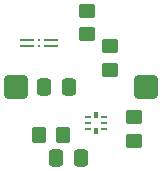
<source format=gbr>
%TF.GenerationSoftware,KiCad,Pcbnew,9.0.5*%
%TF.CreationDate,2025-10-30T22:10:56+01:00*%
%TF.ProjectId,bms_18650,626d735f-3138-4363-9530-2e6b69636164,rev?*%
%TF.SameCoordinates,Original*%
%TF.FileFunction,Paste,Top*%
%TF.FilePolarity,Positive*%
%FSLAX46Y46*%
G04 Gerber Fmt 4.6, Leading zero omitted, Abs format (unit mm)*
G04 Created by KiCad (PCBNEW 9.0.5) date 2025-10-30 22:10:56*
%MOMM*%
%LPD*%
G01*
G04 APERTURE LIST*
G04 Aperture macros list*
%AMRoundRect*
0 Rectangle with rounded corners*
0 $1 Rounding radius*
0 $2 $3 $4 $5 $6 $7 $8 $9 X,Y pos of 4 corners*
0 Add a 4 corners polygon primitive as box body*
4,1,4,$2,$3,$4,$5,$6,$7,$8,$9,$2,$3,0*
0 Add four circle primitives for the rounded corners*
1,1,$1+$1,$2,$3*
1,1,$1+$1,$4,$5*
1,1,$1+$1,$6,$7*
1,1,$1+$1,$8,$9*
0 Add four rect primitives between the rounded corners*
20,1,$1+$1,$2,$3,$4,$5,0*
20,1,$1+$1,$4,$5,$6,$7,0*
20,1,$1+$1,$6,$7,$8,$9,0*
20,1,$1+$1,$8,$9,$2,$3,0*%
G04 Aperture macros list end*
%ADD10R,0.550000X0.250000*%
%ADD11R,0.300000X0.600000*%
%ADD12RoundRect,0.250000X0.350000X0.450000X-0.350000X0.450000X-0.350000X-0.450000X0.350000X-0.450000X0*%
%ADD13RoundRect,0.300000X-0.700000X-0.700000X0.700000X-0.700000X0.700000X0.700000X-0.700000X0.700000X0*%
%ADD14RoundRect,0.250000X-0.450000X0.350000X-0.450000X-0.350000X0.450000X-0.350000X0.450000X0.350000X0*%
%ADD15RoundRect,0.250000X0.450000X-0.350000X0.450000X0.350000X-0.450000X0.350000X-0.450000X-0.350000X0*%
%ADD16RoundRect,0.250000X0.337500X0.475000X-0.337500X0.475000X-0.337500X-0.475000X0.337500X-0.475000X0*%
%ADD17RoundRect,0.250000X-0.337500X-0.475000X0.337500X-0.475000X0.337500X0.475000X-0.337500X0.475000X0*%
%ADD18O,1.250000X0.250000*%
%ADD19C,0.250000*%
G04 APERTURE END LIST*
D10*
%TO.C,IC1*%
X150650000Y-102500000D03*
X150650000Y-103000000D03*
X150650000Y-103500000D03*
D11*
X151325000Y-103650000D03*
D10*
X152000000Y-103500000D03*
X152000000Y-103000000D03*
X152000000Y-102500000D03*
D11*
X151325000Y-102350000D03*
%TD*%
D12*
%TO.C,R_SEN1*%
X148500000Y-104000000D03*
X146500000Y-104000000D03*
%TD*%
D13*
%TO.C,J2*%
X155500000Y-100000000D03*
X144500000Y-100000000D03*
%TD*%
D14*
%TO.C,R5*%
X154500000Y-102500000D03*
X154500000Y-104500000D03*
%TD*%
D15*
%TO.C,R3*%
X152500000Y-98500000D03*
X152500000Y-96500000D03*
%TD*%
D16*
%TO.C,C1*%
X149000000Y-100000000D03*
X146925000Y-100000000D03*
%TD*%
D15*
%TO.C,R4*%
X150500000Y-95500000D03*
X150500000Y-93500000D03*
%TD*%
D17*
%TO.C,C2*%
X147925000Y-106000000D03*
X150000000Y-106000000D03*
%TD*%
D18*
%TO.C,IC2*%
X145500000Y-96500000D03*
D19*
X146500000Y-96500000D03*
D18*
X147500000Y-96500000D03*
X147500000Y-96000000D03*
D19*
X146500000Y-96000000D03*
D18*
X145500000Y-96000000D03*
%TD*%
M02*

</source>
